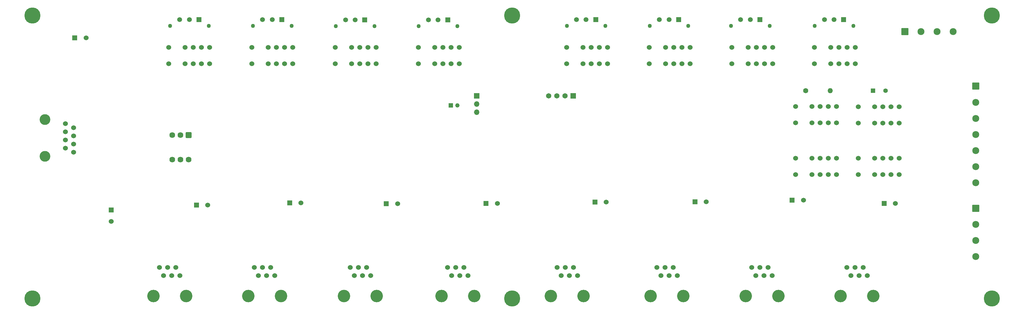
<source format=gbs>
G04 #@! TF.GenerationSoftware,KiCad,Pcbnew,7.0.7*
G04 #@! TF.CreationDate,2024-01-25T11:55:39-05:00*
G04 #@! TF.ProjectId,AOML_AB_3.0_reorganized-v1,414f4d4c-5f41-4425-9f33-2e305f72656f,1*
G04 #@! TF.SameCoordinates,Original*
G04 #@! TF.FileFunction,Soldermask,Bot*
G04 #@! TF.FilePolarity,Negative*
%FSLAX46Y46*%
G04 Gerber Fmt 4.6, Leading zero omitted, Abs format (unit mm)*
G04 Created by KiCad (PCBNEW 7.0.7) date 2024-01-25 11:55:39*
%MOMM*%
%LPD*%
G01*
G04 APERTURE LIST*
G04 Aperture macros list*
%AMRoundRect*
0 Rectangle with rounded corners*
0 $1 Rounding radius*
0 $2 $3 $4 $5 $6 $7 $8 $9 X,Y pos of 4 corners*
0 Add a 4 corners polygon primitive as box body*
4,1,4,$2,$3,$4,$5,$6,$7,$8,$9,$2,$3,0*
0 Add four circle primitives for the rounded corners*
1,1,$1+$1,$2,$3*
1,1,$1+$1,$4,$5*
1,1,$1+$1,$6,$7*
1,1,$1+$1,$8,$9*
0 Add four rect primitives between the rounded corners*
20,1,$1+$1,$2,$3,$4,$5,0*
20,1,$1+$1,$4,$5,$6,$7,0*
20,1,$1+$1,$6,$7,$8,$9,0*
20,1,$1+$1,$8,$9,$2,$3,0*%
G04 Aperture macros list end*
%ADD10C,1.270000*%
%ADD11R,1.520000X1.520000*%
%ADD12C,1.520000*%
%ADD13C,1.524000*%
%ADD14RoundRect,0.102000X-0.975000X0.975000X-0.975000X-0.975000X0.975000X-0.975000X0.975000X0.975000X0*%
%ADD15C,2.154000*%
%ADD16C,5.000000*%
%ADD17R,1.524000X1.524000*%
%ADD18C,3.327400*%
%ADD19R,1.651000X1.651000*%
%ADD20C,1.651000*%
%ADD21C,1.600000*%
%ADD22O,1.600000X1.600000*%
%ADD23RoundRect,0.102000X-0.975000X-0.975000X0.975000X-0.975000X0.975000X0.975000X-0.975000X0.975000X0*%
%ADD24C,1.784000*%
%ADD25RoundRect,0.102000X0.790000X0.790000X-0.790000X0.790000X-0.790000X-0.790000X0.790000X-0.790000X0*%
%ADD26R,1.700000X1.700000*%
%ADD27O,1.700000X1.700000*%
%ADD28R,1.397000X1.397000*%
%ADD29C,1.397000*%
%ADD30R,1.320800X1.320800*%
%ADD31C,1.320800*%
%ADD32C,3.860800*%
G04 APERTURE END LIST*
D10*
X100739673Y-95275000D03*
X112739649Y-95275000D03*
D11*
X109739650Y-93315000D03*
D12*
X106739651Y-93315000D03*
X103739652Y-93315000D03*
D13*
X295050000Y-125400000D03*
X300130000Y-125400000D03*
X302670000Y-125400000D03*
X305210000Y-125400000D03*
X307750000Y-125400000D03*
X307750000Y-120320000D03*
X305210000Y-120320000D03*
X302670000Y-120320000D03*
X300130000Y-120320000D03*
X295050000Y-120320000D03*
D14*
X351000000Y-114000000D03*
D15*
X351000000Y-119000000D03*
X351000000Y-124000000D03*
X351000000Y-129000000D03*
X351000000Y-134000000D03*
X351000000Y-139000000D03*
X351000000Y-144000000D03*
D16*
X58000000Y-180000000D03*
D13*
X275256380Y-107000000D03*
X280336380Y-107000000D03*
X282876380Y-107000000D03*
X285416380Y-107000000D03*
X287956380Y-107000000D03*
X287956380Y-101920000D03*
X285416380Y-101920000D03*
X282876380Y-101920000D03*
X280336380Y-101920000D03*
X275256380Y-101920000D03*
X100300000Y-107000000D03*
X105380000Y-107000000D03*
X107920000Y-107000000D03*
X110460000Y-107000000D03*
X113000000Y-107000000D03*
X113000000Y-101920000D03*
X110460000Y-101920000D03*
X107920000Y-101920000D03*
X105380000Y-101920000D03*
X100300000Y-101920000D03*
D17*
X198914200Y-150425000D03*
D13*
X202419400Y-150425000D03*
D10*
X178000023Y-95330000D03*
X189999999Y-95330000D03*
D11*
X187000000Y-93370000D03*
D12*
X184000001Y-93370000D03*
X181000002Y-93370000D03*
D10*
X275000021Y-95275000D03*
X286999997Y-95275000D03*
D11*
X283999998Y-93315000D03*
D12*
X280999999Y-93315000D03*
X278000000Y-93315000D03*
D17*
X82468900Y-152494800D03*
D13*
X82468900Y-156000000D03*
D18*
X61869001Y-124389900D03*
X61869001Y-135819900D03*
D13*
X68229001Y-125659900D03*
X70769001Y-126929900D03*
X68229001Y-128199900D03*
X70769001Y-129469900D03*
X68229001Y-130739900D03*
X70769001Y-132009900D03*
X68229001Y-133279900D03*
X70769001Y-134549900D03*
D17*
X293976150Y-149425000D03*
D13*
X297481350Y-149425000D03*
X223923048Y-107000000D03*
X229003048Y-107000000D03*
X231543048Y-107000000D03*
X234083048Y-107000000D03*
X236623048Y-107000000D03*
X236623048Y-101920000D03*
X234083048Y-101920000D03*
X231543048Y-101920000D03*
X229003048Y-101920000D03*
X223923048Y-101920000D03*
D19*
X226000000Y-117000000D03*
D20*
X223460000Y-117000000D03*
X220920000Y-117000000D03*
X218380000Y-117000000D03*
D14*
X351000000Y-152000000D03*
D15*
X351000000Y-157000000D03*
X351000000Y-162000000D03*
X351000000Y-167000000D03*
D16*
X58000000Y-92000000D03*
X356000000Y-180000000D03*
D13*
X295050000Y-141480000D03*
X300130000Y-141480000D03*
X302670000Y-141480000D03*
X305210000Y-141480000D03*
X307750000Y-141480000D03*
X307750000Y-136400000D03*
X305210000Y-136400000D03*
X302670000Y-136400000D03*
X300130000Y-136400000D03*
X295050000Y-136400000D03*
D16*
X356000000Y-92000000D03*
X207000000Y-92000000D03*
D10*
X249739673Y-95275000D03*
X261739649Y-95275000D03*
D11*
X258739650Y-93315000D03*
D12*
X255739651Y-93315000D03*
X252739652Y-93315000D03*
D13*
X300923048Y-107000000D03*
X306003048Y-107000000D03*
X308543048Y-107000000D03*
X311083048Y-107000000D03*
X313623048Y-107000000D03*
X313623048Y-101920000D03*
X311083048Y-101920000D03*
X308543048Y-101920000D03*
X306003048Y-101920000D03*
X300923048Y-101920000D03*
X126173333Y-107000000D03*
X131253333Y-107000000D03*
X133793333Y-107000000D03*
X136333333Y-107000000D03*
X138873333Y-107000000D03*
X138873333Y-101920000D03*
X136333333Y-101920000D03*
X133793333Y-101920000D03*
X131253333Y-101920000D03*
X126173333Y-101920000D03*
X314501400Y-141480000D03*
X319581400Y-141480000D03*
X322121400Y-141480000D03*
X324661400Y-141480000D03*
X327201400Y-141480000D03*
X327201400Y-136400000D03*
X324661400Y-136400000D03*
X322121400Y-136400000D03*
X319581400Y-136400000D03*
X314501400Y-136400000D03*
D17*
X167914150Y-150500000D03*
D13*
X171419350Y-150500000D03*
X177920000Y-107000000D03*
X183000000Y-107000000D03*
X185540000Y-107000000D03*
X188080000Y-107000000D03*
X190620000Y-107000000D03*
X190620000Y-101920000D03*
X188080000Y-101920000D03*
X185540000Y-101920000D03*
X183000000Y-101920000D03*
X177920000Y-101920000D03*
D16*
X207000000Y-180000000D03*
D21*
X298240000Y-115400000D03*
D22*
X305860000Y-115400000D03*
D17*
X71150000Y-99000000D03*
D13*
X74655200Y-99000000D03*
X314501400Y-125480000D03*
X319581400Y-125480000D03*
X322121400Y-125480000D03*
X324661400Y-125480000D03*
X327201400Y-125480000D03*
X327201400Y-120400000D03*
X324661400Y-120400000D03*
X322121400Y-120400000D03*
X319581400Y-120400000D03*
X314501400Y-120400000D03*
D10*
X126493123Y-95275000D03*
X138493099Y-95275000D03*
D11*
X135493100Y-93315000D03*
D12*
X132493101Y-93315000D03*
X129493102Y-93315000D03*
D23*
X329000000Y-97000000D03*
D15*
X334000000Y-97000000D03*
X339000000Y-97000000D03*
X344000000Y-97000000D03*
D24*
X106540000Y-136810000D03*
X104000000Y-136810000D03*
X101460000Y-136810000D03*
X101460000Y-129190000D03*
X104000000Y-129190000D03*
D25*
X106540000Y-129190000D03*
D17*
X137914150Y-150275000D03*
D13*
X141419350Y-150275000D03*
D26*
X196000000Y-117000000D03*
D27*
X196000000Y-119540000D03*
X196000000Y-122080000D03*
D17*
X108932800Y-150975000D03*
D13*
X112438000Y-150975000D03*
D10*
X224000021Y-95275000D03*
X235999997Y-95275000D03*
D11*
X232999998Y-93315000D03*
D12*
X229999999Y-93315000D03*
X227000000Y-93315000D03*
D17*
X232757150Y-150050000D03*
D13*
X236262350Y-150050000D03*
D28*
X319081500Y-115400000D03*
D29*
X323018500Y-115400000D03*
D17*
X263828350Y-149925000D03*
D13*
X267333550Y-149925000D03*
X152046666Y-107000000D03*
X157126666Y-107000000D03*
X159666666Y-107000000D03*
X162206666Y-107000000D03*
X164746666Y-107000000D03*
X164746666Y-101920000D03*
X162206666Y-101920000D03*
X159666666Y-101920000D03*
X157126666Y-101920000D03*
X152046666Y-101920000D03*
D17*
X322579000Y-150425000D03*
D13*
X326084200Y-150425000D03*
X249589714Y-107000000D03*
X254669714Y-107000000D03*
X257209714Y-107000000D03*
X259749714Y-107000000D03*
X262289714Y-107000000D03*
X262289714Y-101920000D03*
X259749714Y-101920000D03*
X257209714Y-101920000D03*
X254669714Y-101920000D03*
X249589714Y-101920000D03*
D10*
X152246573Y-95330000D03*
X164246549Y-95330000D03*
D11*
X161246550Y-93370000D03*
D12*
X158246551Y-93370000D03*
X155246552Y-93370000D03*
D30*
X188000000Y-120000000D03*
D31*
X190000000Y-120000000D03*
D10*
X301000021Y-95275000D03*
X312999997Y-95275000D03*
D11*
X309999998Y-93315000D03*
D12*
X306999999Y-93315000D03*
X304000000Y-93315000D03*
D13*
X186960000Y-170360000D03*
X188230000Y-172900000D03*
X189500000Y-170360000D03*
X190770000Y-172900000D03*
X192040000Y-170360000D03*
X193310000Y-172900000D03*
D32*
X185055000Y-179250000D03*
X195215000Y-179250000D03*
D13*
X97460000Y-170360000D03*
X98730000Y-172900000D03*
X100000000Y-170360000D03*
X101270000Y-172900000D03*
X102540000Y-170360000D03*
X103810000Y-172900000D03*
D32*
X95555000Y-179250000D03*
X105715000Y-179250000D03*
D13*
X156710000Y-170360000D03*
X157980000Y-172900000D03*
X159250000Y-170360000D03*
X160520000Y-172900000D03*
X161790000Y-170360000D03*
X163060000Y-172900000D03*
D32*
X154805000Y-179250000D03*
X164965000Y-179250000D03*
D13*
X126960000Y-170360000D03*
X128230000Y-172900000D03*
X129500000Y-170360000D03*
X130770000Y-172900000D03*
X132040000Y-170360000D03*
X133310000Y-172900000D03*
D32*
X125055000Y-179250000D03*
X135215000Y-179250000D03*
D13*
X220960000Y-170360000D03*
X222230000Y-172900000D03*
X223500000Y-170360000D03*
X224770000Y-172900000D03*
X226040000Y-170360000D03*
X227310000Y-172900000D03*
D32*
X219055000Y-179250000D03*
X229215000Y-179250000D03*
D13*
X281460000Y-170360000D03*
X282730000Y-172900000D03*
X284000000Y-170360000D03*
X285270000Y-172900000D03*
X286540000Y-170360000D03*
X287810000Y-172900000D03*
D32*
X279555000Y-179250000D03*
X289715000Y-179250000D03*
D13*
X251960000Y-170360000D03*
X253230000Y-172900000D03*
X254500000Y-170360000D03*
X255770000Y-172900000D03*
X257040000Y-170360000D03*
X258310000Y-172900000D03*
D32*
X250055000Y-179250000D03*
X260215000Y-179250000D03*
D13*
X310960000Y-170360000D03*
X312230000Y-172900000D03*
X313500000Y-170360000D03*
X314770000Y-172900000D03*
X316040000Y-170360000D03*
X317310000Y-172900000D03*
D32*
X309055000Y-179250000D03*
X319215000Y-179250000D03*
M02*

</source>
